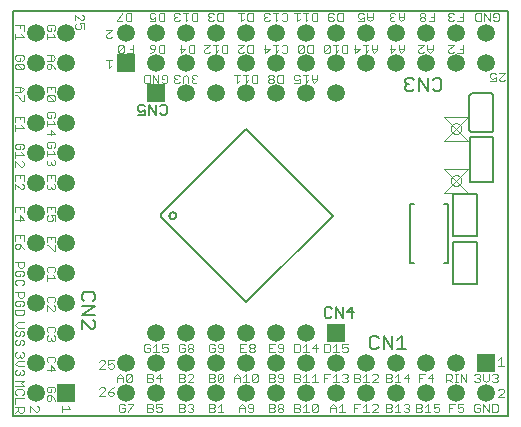
<source format=gbr>
G75*
G70*
%OFA0B0*%
%FSLAX24Y24*%
%IPPOS*%
%LPD*%
%AMOC8*
5,1,8,0,0,1.08239X$1,22.5*
%
%ADD10C,0.0059*%
%ADD11C,0.0060*%
%ADD12C,0.0050*%
%ADD13C,0.0040*%
%ADD14C,0.0010*%
%ADD15C,0.0000*%
%ADD16R,0.0591X0.0591*%
%ADD17C,0.0591*%
D10*
X001713Y001713D02*
X001713Y015213D01*
X018213Y015213D01*
X018213Y001713D01*
X001713Y001713D01*
X016363Y006113D02*
X017163Y006113D01*
X017163Y007513D01*
X016363Y007513D01*
X016363Y006113D01*
X016363Y007713D02*
X016363Y009113D01*
X017163Y009113D01*
X017163Y007713D01*
X016363Y007713D01*
X016947Y009509D02*
X016947Y011009D01*
X017697Y011009D01*
X017697Y009509D01*
X016947Y009509D01*
D11*
X017015Y011168D02*
X017615Y011168D01*
X017635Y011170D01*
X017653Y011176D01*
X017671Y011185D01*
X017686Y011197D01*
X017698Y011212D01*
X017707Y011230D01*
X017713Y011248D01*
X017715Y011268D01*
X017715Y012368D01*
X017713Y012388D01*
X017707Y012406D01*
X017698Y012424D01*
X017686Y012439D01*
X017671Y012451D01*
X017653Y012460D01*
X017635Y012466D01*
X017615Y012468D01*
X017015Y012468D01*
X016995Y012466D01*
X016977Y012460D01*
X016959Y012451D01*
X016944Y012439D01*
X016932Y012424D01*
X016923Y012406D01*
X016917Y012388D01*
X016915Y012368D01*
X016915Y011268D01*
X016917Y011248D01*
X016923Y011230D01*
X016932Y011212D01*
X016944Y011197D01*
X016959Y011185D01*
X016977Y011176D01*
X016995Y011170D01*
X017015Y011168D01*
X015910Y012543D02*
X015983Y012616D01*
X015983Y012910D01*
X015910Y012983D01*
X015763Y012983D01*
X015690Y012910D01*
X015523Y012983D02*
X015523Y012543D01*
X015229Y012983D01*
X015229Y012543D01*
X015063Y012616D02*
X014989Y012543D01*
X014843Y012543D01*
X014769Y012616D01*
X014769Y012690D01*
X014843Y012763D01*
X014769Y012837D01*
X014769Y012910D01*
X014843Y012983D01*
X014989Y012983D01*
X015063Y012910D01*
X014916Y012763D02*
X014843Y012763D01*
X015690Y012616D02*
X015763Y012543D01*
X015910Y012543D01*
X014661Y004384D02*
X014514Y004237D01*
X014661Y004384D02*
X014661Y003943D01*
X014514Y003943D02*
X014808Y003943D01*
X014347Y003943D02*
X014347Y004384D01*
X014054Y004384D02*
X014054Y003943D01*
X013887Y004017D02*
X013814Y003943D01*
X013667Y003943D01*
X013593Y004017D01*
X013593Y004310D01*
X013667Y004384D01*
X013814Y004384D01*
X013887Y004310D01*
X014054Y004384D02*
X014347Y003943D01*
X004434Y004693D02*
X004434Y004839D01*
X004360Y004913D01*
X004434Y005079D02*
X003993Y005079D01*
X004434Y005373D01*
X003993Y005373D01*
X004067Y005540D02*
X003993Y005613D01*
X003993Y005760D01*
X004067Y005833D01*
X004360Y005833D01*
X004434Y005760D01*
X004434Y005613D01*
X004360Y005540D01*
X003993Y004913D02*
X004287Y004619D01*
X004360Y004619D01*
X004434Y004693D01*
X003993Y004619D02*
X003993Y004913D01*
D12*
X006639Y008338D02*
X009479Y005498D01*
X012374Y008393D01*
X009479Y011289D01*
X006639Y008449D01*
X006639Y008338D01*
X006918Y008393D02*
X006920Y008414D01*
X006926Y008434D01*
X006936Y008453D01*
X006949Y008470D01*
X006965Y008483D01*
X006983Y008494D01*
X007003Y008501D01*
X007024Y008504D01*
X007045Y008503D01*
X007065Y008498D01*
X007084Y008489D01*
X007102Y008477D01*
X007116Y008462D01*
X007128Y008444D01*
X007136Y008424D01*
X007139Y008404D01*
X007139Y008382D01*
X007136Y008362D01*
X007128Y008342D01*
X007116Y008324D01*
X007102Y008309D01*
X007085Y008297D01*
X007065Y008288D01*
X007045Y008283D01*
X007024Y008282D01*
X007003Y008285D01*
X006983Y008292D01*
X006965Y008303D01*
X006949Y008316D01*
X006936Y008333D01*
X006926Y008352D01*
X006920Y008372D01*
X006918Y008393D01*
X006780Y011738D02*
X006663Y011738D01*
X006605Y011796D01*
X006470Y011738D02*
X006237Y012088D01*
X006237Y011738D01*
X006102Y011738D02*
X006102Y011913D01*
X005985Y011855D01*
X005927Y011855D01*
X005868Y011913D01*
X005868Y012030D01*
X005927Y012088D01*
X006043Y012088D01*
X006102Y012030D01*
X006102Y011738D02*
X005868Y011738D01*
X006470Y011738D02*
X006470Y012088D01*
X006605Y012030D02*
X006663Y012088D01*
X006780Y012088D01*
X006838Y012030D01*
X006838Y011796D01*
X006780Y011738D01*
X012147Y005339D02*
X012088Y005280D01*
X012088Y005047D01*
X012147Y004988D01*
X012264Y004988D01*
X012322Y005047D01*
X012457Y004988D02*
X012457Y005339D01*
X012690Y004988D01*
X012690Y005339D01*
X012825Y005164D02*
X013059Y005164D01*
X013000Y005339D02*
X013000Y004988D01*
X012825Y005164D02*
X013000Y005339D01*
X012322Y005280D02*
X012264Y005339D01*
X012147Y005339D01*
X014944Y006806D02*
X015062Y006806D01*
X014944Y006806D02*
X014944Y008775D01*
X015062Y008775D01*
X016085Y008775D02*
X016204Y008775D01*
X016204Y006806D01*
X016085Y006806D01*
D13*
X012859Y004114D02*
X012673Y004114D01*
X012673Y003974D01*
X012766Y004020D01*
X012813Y004020D01*
X012859Y003974D01*
X012859Y003880D01*
X012813Y003833D01*
X012719Y003833D01*
X012673Y003880D01*
X012565Y003833D02*
X012378Y003833D01*
X012471Y003833D02*
X012471Y004114D01*
X012378Y004020D01*
X012270Y004067D02*
X012270Y003880D01*
X012224Y003833D01*
X012083Y003833D01*
X012083Y004114D01*
X012224Y004114D01*
X012270Y004067D01*
X011859Y003974D02*
X011673Y003974D01*
X011813Y004114D01*
X011813Y003833D01*
X011565Y003833D02*
X011378Y003833D01*
X011471Y003833D02*
X011471Y004114D01*
X011378Y004020D01*
X011270Y004067D02*
X011270Y003880D01*
X011224Y003833D01*
X011083Y003833D01*
X011083Y004114D01*
X011224Y004114D01*
X011270Y004067D01*
X010715Y004067D02*
X010715Y003880D01*
X010668Y003833D01*
X010575Y003833D01*
X010528Y003880D01*
X010575Y003974D02*
X010528Y004020D01*
X010528Y004067D01*
X010575Y004114D01*
X010668Y004114D01*
X010715Y004067D01*
X010715Y003974D02*
X010575Y003974D01*
X010420Y004114D02*
X010233Y004114D01*
X010233Y003833D01*
X010420Y003833D01*
X010327Y003974D02*
X010233Y003974D01*
X009765Y004020D02*
X009718Y003974D01*
X009625Y003974D01*
X009578Y004020D01*
X009578Y004067D01*
X009625Y004114D01*
X009718Y004114D01*
X009765Y004067D01*
X009765Y004020D01*
X009718Y003974D02*
X009765Y003927D01*
X009765Y003880D01*
X009718Y003833D01*
X009625Y003833D01*
X009578Y003880D01*
X009578Y003927D01*
X009625Y003974D01*
X009470Y004114D02*
X009283Y004114D01*
X009283Y003833D01*
X009470Y003833D01*
X009377Y003974D02*
X009283Y003974D01*
X008715Y003974D02*
X008575Y003974D01*
X008528Y004020D01*
X008528Y004067D01*
X008575Y004114D01*
X008668Y004114D01*
X008715Y004067D01*
X008715Y003880D01*
X008668Y003833D01*
X008575Y003833D01*
X008528Y003880D01*
X008420Y003880D02*
X008420Y003974D01*
X008327Y003974D01*
X008420Y004067D02*
X008374Y004114D01*
X008280Y004114D01*
X008233Y004067D01*
X008233Y003880D01*
X008280Y003833D01*
X008374Y003833D01*
X008420Y003880D01*
X007715Y003880D02*
X007668Y003833D01*
X007575Y003833D01*
X007528Y003880D01*
X007528Y003927D01*
X007575Y003974D01*
X007668Y003974D01*
X007715Y003927D01*
X007715Y003880D01*
X007668Y003974D02*
X007715Y004020D01*
X007715Y004067D01*
X007668Y004114D01*
X007575Y004114D01*
X007528Y004067D01*
X007528Y004020D01*
X007575Y003974D01*
X007420Y003974D02*
X007420Y003880D01*
X007374Y003833D01*
X007280Y003833D01*
X007233Y003880D01*
X007233Y004067D01*
X007280Y004114D01*
X007374Y004114D01*
X007420Y004067D01*
X007420Y003974D02*
X007327Y003974D01*
X006859Y003974D02*
X006859Y003880D01*
X006813Y003833D01*
X006719Y003833D01*
X006673Y003880D01*
X006673Y003974D02*
X006766Y004020D01*
X006813Y004020D01*
X006859Y003974D01*
X006859Y004114D02*
X006673Y004114D01*
X006673Y003974D01*
X006565Y003833D02*
X006378Y003833D01*
X006471Y003833D02*
X006471Y004114D01*
X006378Y004020D01*
X006270Y003974D02*
X006270Y003880D01*
X006224Y003833D01*
X006130Y003833D01*
X006083Y003880D01*
X006083Y004067D01*
X006130Y004114D01*
X006224Y004114D01*
X006270Y004067D01*
X006270Y003974D02*
X006177Y003974D01*
X006183Y003114D02*
X006324Y003114D01*
X006370Y003067D01*
X006370Y003020D01*
X006324Y002974D01*
X006183Y002974D01*
X006183Y003114D02*
X006183Y002833D01*
X006324Y002833D01*
X006370Y002880D01*
X006370Y002927D01*
X006324Y002974D01*
X006478Y002974D02*
X006665Y002974D01*
X006618Y003114D02*
X006618Y002833D01*
X006478Y002974D02*
X006618Y003114D01*
X007233Y003114D02*
X007233Y002833D01*
X007374Y002833D01*
X007420Y002880D01*
X007420Y002927D01*
X007374Y002974D01*
X007233Y002974D01*
X007233Y003114D02*
X007374Y003114D01*
X007420Y003067D01*
X007420Y003020D01*
X007374Y002974D01*
X007528Y003067D02*
X007575Y003114D01*
X007668Y003114D01*
X007715Y003067D01*
X007715Y003020D01*
X007528Y002833D01*
X007715Y002833D01*
X008233Y002833D02*
X008374Y002833D01*
X008420Y002880D01*
X008420Y002927D01*
X008374Y002974D01*
X008233Y002974D01*
X008233Y003114D02*
X008233Y002833D01*
X008374Y002974D02*
X008420Y003020D01*
X008420Y003067D01*
X008374Y003114D01*
X008233Y003114D01*
X008528Y003067D02*
X008528Y002880D01*
X008715Y003067D01*
X008715Y002880D01*
X008668Y002833D01*
X008575Y002833D01*
X008528Y002880D01*
X008528Y003067D02*
X008575Y003114D01*
X008668Y003114D01*
X008715Y003067D01*
X009083Y003020D02*
X009083Y002833D01*
X009083Y002974D02*
X009270Y002974D01*
X009270Y003020D02*
X009270Y002833D01*
X009378Y002833D02*
X009565Y002833D01*
X009471Y002833D02*
X009471Y003114D01*
X009378Y003020D01*
X009270Y003020D02*
X009177Y003114D01*
X009083Y003020D01*
X009673Y003067D02*
X009673Y002880D01*
X009859Y003067D01*
X009859Y002880D01*
X009813Y002833D01*
X009719Y002833D01*
X009673Y002880D01*
X009673Y003067D02*
X009719Y003114D01*
X009813Y003114D01*
X009859Y003067D01*
X010233Y003114D02*
X010233Y002833D01*
X010374Y002833D01*
X010420Y002880D01*
X010420Y002927D01*
X010374Y002974D01*
X010233Y002974D01*
X010233Y003114D02*
X010374Y003114D01*
X010420Y003067D01*
X010420Y003020D01*
X010374Y002974D01*
X010528Y003020D02*
X010575Y002974D01*
X010715Y002974D01*
X010715Y003067D02*
X010715Y002880D01*
X010668Y002833D01*
X010575Y002833D01*
X010528Y002880D01*
X010528Y003020D02*
X010528Y003067D01*
X010575Y003114D01*
X010668Y003114D01*
X010715Y003067D01*
X011083Y003114D02*
X011083Y002833D01*
X011224Y002833D01*
X011270Y002880D01*
X011270Y002927D01*
X011224Y002974D01*
X011083Y002974D01*
X011083Y003114D02*
X011224Y003114D01*
X011270Y003067D01*
X011270Y003020D01*
X011224Y002974D01*
X011378Y003020D02*
X011471Y003114D01*
X011471Y002833D01*
X011378Y002833D02*
X011565Y002833D01*
X011673Y002833D02*
X011859Y002833D01*
X011766Y002833D02*
X011766Y003114D01*
X011673Y003020D01*
X012083Y002974D02*
X012177Y002974D01*
X012083Y003114D02*
X012270Y003114D01*
X012378Y003020D02*
X012471Y003114D01*
X012471Y002833D01*
X012378Y002833D02*
X012565Y002833D01*
X012673Y002880D02*
X012719Y002833D01*
X012813Y002833D01*
X012859Y002880D01*
X012859Y002927D01*
X012813Y002974D01*
X012766Y002974D01*
X012813Y002974D02*
X012859Y003020D01*
X012859Y003067D01*
X012813Y003114D01*
X012719Y003114D01*
X012673Y003067D01*
X013083Y003114D02*
X013083Y002833D01*
X013224Y002833D01*
X013270Y002880D01*
X013270Y002927D01*
X013224Y002974D01*
X013083Y002974D01*
X013083Y003114D02*
X013224Y003114D01*
X013270Y003067D01*
X013270Y003020D01*
X013224Y002974D01*
X013378Y003020D02*
X013471Y003114D01*
X013471Y002833D01*
X013378Y002833D02*
X013565Y002833D01*
X013673Y002833D02*
X013859Y003020D01*
X013859Y003067D01*
X013813Y003114D01*
X013719Y003114D01*
X013673Y003067D01*
X013673Y002833D02*
X013859Y002833D01*
X014133Y002833D02*
X014274Y002833D01*
X014320Y002880D01*
X014320Y002927D01*
X014274Y002974D01*
X014133Y002974D01*
X014133Y003114D02*
X014133Y002833D01*
X014274Y002974D02*
X014320Y003020D01*
X014320Y003067D01*
X014274Y003114D01*
X014133Y003114D01*
X014428Y003020D02*
X014521Y003114D01*
X014521Y002833D01*
X014428Y002833D02*
X014615Y002833D01*
X014723Y002974D02*
X014909Y002974D01*
X014863Y003114D02*
X014863Y002833D01*
X014723Y002974D02*
X014863Y003114D01*
X015233Y003114D02*
X015233Y002833D01*
X015233Y002974D02*
X015327Y002974D01*
X015233Y003114D02*
X015420Y003114D01*
X015528Y002974D02*
X015715Y002974D01*
X015668Y003114D02*
X015668Y002833D01*
X015528Y002974D02*
X015668Y003114D01*
X016133Y003114D02*
X016133Y002833D01*
X016133Y002927D02*
X016274Y002927D01*
X016320Y002974D01*
X016320Y003067D01*
X016274Y003114D01*
X016133Y003114D01*
X016227Y002927D02*
X016320Y002833D01*
X016428Y002833D02*
X016521Y002833D01*
X016475Y002833D02*
X016475Y003114D01*
X016521Y003114D02*
X016428Y003114D01*
X016624Y003114D02*
X016811Y002833D01*
X016811Y003114D01*
X016624Y003114D02*
X016624Y002833D01*
X017083Y002880D02*
X017130Y002833D01*
X017224Y002833D01*
X017270Y002880D01*
X017270Y002927D01*
X017224Y002974D01*
X017177Y002974D01*
X017224Y002974D02*
X017270Y003020D01*
X017270Y003067D01*
X017224Y003114D01*
X017130Y003114D01*
X017083Y003067D01*
X017378Y003114D02*
X017378Y002927D01*
X017471Y002833D01*
X017565Y002927D01*
X017565Y003114D01*
X017673Y003067D02*
X017719Y003114D01*
X017813Y003114D01*
X017859Y003067D01*
X017859Y003020D01*
X017813Y002974D01*
X017859Y002927D01*
X017859Y002880D01*
X017813Y002833D01*
X017719Y002833D01*
X017673Y002880D01*
X017766Y002974D02*
X017813Y002974D01*
X017930Y002614D02*
X017883Y002567D01*
X017930Y002614D02*
X018024Y002614D01*
X018070Y002567D01*
X018070Y002520D01*
X017883Y002333D01*
X018070Y002333D01*
X017813Y002114D02*
X017673Y002114D01*
X017673Y001833D01*
X017813Y001833D01*
X017859Y001880D01*
X017859Y002067D01*
X017813Y002114D01*
X017565Y002114D02*
X017565Y001833D01*
X017378Y002114D01*
X017378Y001833D01*
X017270Y001880D02*
X017270Y001974D01*
X017177Y001974D01*
X017270Y002067D02*
X017224Y002114D01*
X017130Y002114D01*
X017083Y002067D01*
X017083Y001880D01*
X017130Y001833D01*
X017224Y001833D01*
X017270Y001880D01*
X016715Y001880D02*
X016668Y001833D01*
X016575Y001833D01*
X016528Y001880D01*
X016528Y001974D02*
X016621Y002020D01*
X016668Y002020D01*
X016715Y001974D01*
X016715Y001880D01*
X016528Y001974D02*
X016528Y002114D01*
X016715Y002114D01*
X016420Y002114D02*
X016233Y002114D01*
X016233Y001833D01*
X016233Y001974D02*
X016327Y001974D01*
X015909Y001974D02*
X015909Y001880D01*
X015863Y001833D01*
X015769Y001833D01*
X015723Y001880D01*
X015723Y001974D02*
X015816Y002020D01*
X015863Y002020D01*
X015909Y001974D01*
X015909Y002114D02*
X015723Y002114D01*
X015723Y001974D01*
X015615Y001833D02*
X015428Y001833D01*
X015521Y001833D02*
X015521Y002114D01*
X015428Y002020D01*
X015320Y002020D02*
X015320Y002067D01*
X015274Y002114D01*
X015133Y002114D01*
X015133Y001833D01*
X015274Y001833D01*
X015320Y001880D01*
X015320Y001927D01*
X015274Y001974D01*
X015133Y001974D01*
X015274Y001974D02*
X015320Y002020D01*
X014909Y002020D02*
X014863Y001974D01*
X014909Y001927D01*
X014909Y001880D01*
X014863Y001833D01*
X014769Y001833D01*
X014723Y001880D01*
X014615Y001833D02*
X014428Y001833D01*
X014521Y001833D02*
X014521Y002114D01*
X014428Y002020D01*
X014320Y002020D02*
X014320Y002067D01*
X014274Y002114D01*
X014133Y002114D01*
X014133Y001833D01*
X014274Y001833D01*
X014320Y001880D01*
X014320Y001927D01*
X014274Y001974D01*
X014133Y001974D01*
X014274Y001974D02*
X014320Y002020D01*
X014723Y002067D02*
X014769Y002114D01*
X014863Y002114D01*
X014909Y002067D01*
X014909Y002020D01*
X014863Y001974D02*
X014816Y001974D01*
X013859Y002020D02*
X013859Y002067D01*
X013813Y002114D01*
X013719Y002114D01*
X013673Y002067D01*
X013859Y002020D02*
X013673Y001833D01*
X013859Y001833D01*
X013565Y001833D02*
X013378Y001833D01*
X013471Y001833D02*
X013471Y002114D01*
X013378Y002020D01*
X013270Y002114D02*
X013083Y002114D01*
X013083Y001833D01*
X013083Y001974D02*
X013177Y001974D01*
X012765Y001833D02*
X012578Y001833D01*
X012671Y001833D02*
X012671Y002114D01*
X012578Y002020D01*
X012470Y002020D02*
X012470Y001833D01*
X012470Y001974D02*
X012283Y001974D01*
X012283Y002020D02*
X012377Y002114D01*
X012470Y002020D01*
X012283Y002020D02*
X012283Y001833D01*
X011859Y001880D02*
X011859Y002067D01*
X011673Y001880D01*
X011719Y001833D01*
X011813Y001833D01*
X011859Y001880D01*
X011673Y001880D02*
X011673Y002067D01*
X011719Y002114D01*
X011813Y002114D01*
X011859Y002067D01*
X011565Y001833D02*
X011378Y001833D01*
X011471Y001833D02*
X011471Y002114D01*
X011378Y002020D01*
X011270Y002020D02*
X011270Y002067D01*
X011224Y002114D01*
X011083Y002114D01*
X011083Y001833D01*
X011224Y001833D01*
X011270Y001880D01*
X011270Y001927D01*
X011224Y001974D01*
X011083Y001974D01*
X011224Y001974D02*
X011270Y002020D01*
X010715Y002020D02*
X010668Y001974D01*
X010575Y001974D01*
X010528Y002020D01*
X010528Y002067D01*
X010575Y002114D01*
X010668Y002114D01*
X010715Y002067D01*
X010715Y002020D01*
X010668Y001974D02*
X010715Y001927D01*
X010715Y001880D01*
X010668Y001833D01*
X010575Y001833D01*
X010528Y001880D01*
X010528Y001927D01*
X010575Y001974D01*
X010420Y002020D02*
X010420Y002067D01*
X010374Y002114D01*
X010233Y002114D01*
X010233Y001833D01*
X010374Y001833D01*
X010420Y001880D01*
X010420Y001927D01*
X010374Y001974D01*
X010233Y001974D01*
X010374Y001974D02*
X010420Y002020D01*
X009715Y001974D02*
X009575Y001974D01*
X009528Y002020D01*
X009528Y002067D01*
X009575Y002114D01*
X009668Y002114D01*
X009715Y002067D01*
X009715Y001880D01*
X009668Y001833D01*
X009575Y001833D01*
X009528Y001880D01*
X009420Y001833D02*
X009420Y002020D01*
X009327Y002114D01*
X009233Y002020D01*
X009233Y001833D01*
X009233Y001974D02*
X009420Y001974D01*
X008715Y001833D02*
X008528Y001833D01*
X008621Y001833D02*
X008621Y002114D01*
X008528Y002020D01*
X008420Y002020D02*
X008374Y001974D01*
X008233Y001974D01*
X008233Y002114D02*
X008233Y001833D01*
X008374Y001833D01*
X008420Y001880D01*
X008420Y001927D01*
X008374Y001974D01*
X008420Y002020D02*
X008420Y002067D01*
X008374Y002114D01*
X008233Y002114D01*
X007715Y002067D02*
X007715Y002020D01*
X007668Y001974D01*
X007715Y001927D01*
X007715Y001880D01*
X007668Y001833D01*
X007575Y001833D01*
X007528Y001880D01*
X007420Y001880D02*
X007374Y001833D01*
X007233Y001833D01*
X007233Y002114D01*
X007374Y002114D01*
X007420Y002067D01*
X007420Y002020D01*
X007374Y001974D01*
X007233Y001974D01*
X007374Y001974D02*
X007420Y001927D01*
X007420Y001880D01*
X007528Y002067D02*
X007575Y002114D01*
X007668Y002114D01*
X007715Y002067D01*
X007668Y001974D02*
X007621Y001974D01*
X006665Y001974D02*
X006665Y001880D01*
X006618Y001833D01*
X006525Y001833D01*
X006478Y001880D01*
X006478Y001974D02*
X006571Y002020D01*
X006618Y002020D01*
X006665Y001974D01*
X006665Y002114D02*
X006478Y002114D01*
X006478Y001974D01*
X006370Y002020D02*
X006370Y002067D01*
X006324Y002114D01*
X006183Y002114D01*
X006183Y001833D01*
X006324Y001833D01*
X006370Y001880D01*
X006370Y001927D01*
X006324Y001974D01*
X006183Y001974D01*
X006324Y001974D02*
X006370Y002020D01*
X005715Y002067D02*
X005528Y001880D01*
X005528Y001833D01*
X005420Y001880D02*
X005420Y001974D01*
X005327Y001974D01*
X005420Y002067D02*
X005374Y002114D01*
X005280Y002114D01*
X005233Y002067D01*
X005233Y001880D01*
X005280Y001833D01*
X005374Y001833D01*
X005420Y001880D01*
X005528Y002114D02*
X005715Y002114D01*
X005715Y002067D01*
X005065Y002430D02*
X005065Y002477D01*
X005018Y002524D01*
X004878Y002524D01*
X004878Y002430D01*
X004925Y002383D01*
X005018Y002383D01*
X005065Y002430D01*
X004971Y002617D02*
X004878Y002524D01*
X004770Y002570D02*
X004770Y002617D01*
X004724Y002664D01*
X004630Y002664D01*
X004583Y002617D01*
X004770Y002570D02*
X004583Y002383D01*
X004770Y002383D01*
X004971Y002617D02*
X005065Y002664D01*
X005183Y002833D02*
X005183Y003020D01*
X005277Y003114D01*
X005370Y003020D01*
X005370Y002833D01*
X005478Y002880D02*
X005665Y003067D01*
X005665Y002880D01*
X005618Y002833D01*
X005525Y002833D01*
X005478Y002880D01*
X005478Y003067D01*
X005525Y003114D01*
X005618Y003114D01*
X005665Y003067D01*
X005370Y002974D02*
X005183Y002974D01*
X005018Y003283D02*
X004925Y003283D01*
X004878Y003330D01*
X004878Y003424D02*
X004971Y003470D01*
X005018Y003470D01*
X005065Y003424D01*
X005065Y003330D01*
X005018Y003283D01*
X004878Y003424D02*
X004878Y003564D01*
X005065Y003564D01*
X004770Y003517D02*
X004724Y003564D01*
X004630Y003564D01*
X004583Y003517D01*
X004770Y003517D02*
X004770Y003470D01*
X004583Y003283D01*
X004770Y003283D01*
X003520Y002043D02*
X003614Y001950D01*
X003333Y001950D01*
X003333Y002043D02*
X003333Y001857D01*
X003114Y002212D02*
X003067Y002305D01*
X002974Y002399D01*
X002974Y002259D01*
X002927Y002212D01*
X002880Y002212D01*
X002833Y002259D01*
X002833Y002352D01*
X002880Y002399D01*
X002974Y002399D01*
X002974Y002507D02*
X002974Y002600D01*
X002974Y002507D02*
X002880Y002507D01*
X002833Y002553D01*
X002833Y002647D01*
X002880Y002693D01*
X003067Y002693D01*
X003114Y002647D01*
X003114Y002553D01*
X003067Y002507D01*
X002564Y001997D02*
X002517Y002043D01*
X002564Y001997D02*
X002564Y001903D01*
X002517Y001857D01*
X002470Y001857D01*
X002283Y002043D01*
X002283Y001857D01*
X002064Y001869D02*
X002017Y001823D01*
X001924Y001823D01*
X001877Y001869D01*
X001877Y002009D01*
X001877Y001916D02*
X001783Y001823D01*
X001783Y002009D02*
X002064Y002009D01*
X002064Y001869D01*
X001783Y002117D02*
X001783Y002304D01*
X002064Y002304D01*
X002017Y002412D02*
X002064Y002459D01*
X002064Y002552D01*
X002017Y002599D01*
X001830Y002599D01*
X001783Y002552D01*
X001783Y002459D01*
X001830Y002412D01*
X001783Y002707D02*
X002064Y002707D01*
X001970Y002800D01*
X002064Y002893D01*
X001783Y002893D01*
X001830Y003067D02*
X001783Y003114D01*
X001783Y003207D01*
X001830Y003254D01*
X001877Y003362D02*
X002064Y003362D01*
X002017Y003254D02*
X002064Y003207D01*
X002064Y003114D01*
X002017Y003067D01*
X001970Y003067D01*
X001924Y003114D01*
X001877Y003067D01*
X001830Y003067D01*
X001924Y003114D02*
X001924Y003161D01*
X001877Y003362D02*
X001783Y003455D01*
X001877Y003549D01*
X002064Y003549D01*
X002017Y003657D02*
X001970Y003657D01*
X001924Y003703D01*
X001877Y003657D01*
X001830Y003657D01*
X001783Y003703D01*
X001783Y003797D01*
X001830Y003843D01*
X001924Y003750D02*
X001924Y003703D01*
X002017Y003657D02*
X002064Y003703D01*
X002064Y003797D01*
X002017Y003843D01*
X002017Y004067D02*
X002064Y004114D01*
X002064Y004207D01*
X002017Y004254D01*
X001970Y004254D01*
X001924Y004207D01*
X001924Y004114D01*
X001877Y004067D01*
X001830Y004067D01*
X001783Y004114D01*
X001783Y004207D01*
X001830Y004254D01*
X001830Y004362D02*
X001783Y004409D01*
X001783Y004502D01*
X001830Y004549D01*
X001924Y004502D02*
X001924Y004409D01*
X001877Y004362D01*
X001830Y004362D01*
X001924Y004502D02*
X001970Y004549D01*
X002017Y004549D01*
X002064Y004502D01*
X002064Y004409D01*
X002017Y004362D01*
X002064Y004657D02*
X001877Y004657D01*
X001783Y004750D01*
X001877Y004843D01*
X002064Y004843D01*
X002017Y005067D02*
X001830Y005067D01*
X001783Y005114D01*
X001783Y005254D01*
X002064Y005254D01*
X002064Y005114D01*
X002017Y005067D01*
X002017Y005362D02*
X002064Y005409D01*
X002064Y005502D01*
X002017Y005549D01*
X001830Y005549D01*
X001783Y005502D01*
X001783Y005409D01*
X001830Y005362D01*
X001924Y005362D01*
X001924Y005455D01*
X001924Y005657D02*
X001877Y005703D01*
X001877Y005843D01*
X001783Y005843D02*
X002064Y005843D01*
X002064Y005703D01*
X002017Y005657D01*
X001924Y005657D01*
X002017Y006067D02*
X002064Y006114D01*
X002064Y006207D01*
X002017Y006254D01*
X001830Y006254D01*
X001783Y006207D01*
X001783Y006114D01*
X001830Y006067D01*
X001830Y006362D02*
X001783Y006409D01*
X001783Y006502D01*
X001830Y006549D01*
X002017Y006549D01*
X002064Y006502D01*
X002064Y006409D01*
X002017Y006362D01*
X001924Y006362D02*
X001924Y006455D01*
X001924Y006362D02*
X001830Y006362D01*
X001924Y006657D02*
X001877Y006703D01*
X001877Y006843D01*
X001783Y006843D02*
X002064Y006843D01*
X002064Y006703D01*
X002017Y006657D01*
X001924Y006657D01*
X001877Y007262D02*
X001924Y007309D01*
X001924Y007449D01*
X001830Y007449D01*
X001783Y007402D01*
X001783Y007309D01*
X001830Y007262D01*
X001877Y007262D01*
X002017Y007355D02*
X001924Y007449D01*
X002017Y007355D02*
X002064Y007262D01*
X002064Y007557D02*
X002064Y007743D01*
X001783Y007743D01*
X001783Y007557D01*
X001924Y007650D02*
X001924Y007743D01*
X001924Y008212D02*
X001924Y008399D01*
X002064Y008259D01*
X001783Y008259D01*
X001783Y008507D02*
X001783Y008693D01*
X002064Y008693D01*
X002064Y008507D01*
X001924Y008600D02*
X001924Y008693D01*
X001970Y009262D02*
X002017Y009262D01*
X002064Y009309D01*
X002064Y009402D01*
X002017Y009449D01*
X002064Y009557D02*
X002064Y009743D01*
X001783Y009743D01*
X001783Y009557D01*
X001783Y009449D02*
X001970Y009262D01*
X001783Y009262D02*
X001783Y009449D01*
X001924Y009650D02*
X001924Y009743D01*
X001970Y010017D02*
X002017Y010017D01*
X002064Y010064D01*
X002064Y010157D01*
X002017Y010204D01*
X001970Y010017D02*
X001783Y010204D01*
X001783Y010017D01*
X001783Y010312D02*
X001783Y010499D01*
X001783Y010405D02*
X002064Y010405D01*
X001970Y010499D01*
X001924Y010607D02*
X001924Y010700D01*
X001924Y010607D02*
X001830Y010607D01*
X001783Y010653D01*
X001783Y010747D01*
X001830Y010793D01*
X002017Y010793D01*
X002064Y010747D01*
X002064Y010653D01*
X002017Y010607D01*
X001783Y011212D02*
X001783Y011399D01*
X001783Y011305D02*
X002064Y011305D01*
X001970Y011399D01*
X002064Y011507D02*
X002064Y011693D01*
X001783Y011693D01*
X001783Y011507D01*
X001924Y011600D02*
X001924Y011693D01*
X002017Y012212D02*
X001830Y012399D01*
X001783Y012399D01*
X001783Y012507D02*
X001970Y012507D01*
X002064Y012600D01*
X001970Y012693D01*
X001783Y012693D01*
X001924Y012693D02*
X001924Y012507D01*
X002064Y012399D02*
X002064Y012212D01*
X002017Y012212D01*
X002833Y012259D02*
X002833Y012352D01*
X002880Y012399D01*
X003067Y012212D01*
X002880Y012212D01*
X002833Y012259D01*
X002880Y012399D02*
X003067Y012399D01*
X003114Y012352D01*
X003114Y012259D01*
X003067Y012212D01*
X003114Y012507D02*
X003114Y012693D01*
X002833Y012693D01*
X002833Y012507D01*
X002974Y012600D02*
X002974Y012693D01*
X002927Y013262D02*
X002974Y013309D01*
X002974Y013449D01*
X002880Y013449D01*
X002833Y013402D01*
X002833Y013309D01*
X002880Y013262D01*
X002927Y013262D01*
X003067Y013355D02*
X002974Y013449D01*
X002974Y013557D02*
X002974Y013743D01*
X003020Y013743D02*
X002833Y013743D01*
X002833Y013557D02*
X003020Y013557D01*
X003114Y013650D01*
X003020Y013743D01*
X003067Y013355D02*
X003114Y013262D01*
X002064Y013309D02*
X002017Y013262D01*
X001830Y013449D01*
X001783Y013402D01*
X001783Y013309D01*
X001830Y013262D01*
X002017Y013262D01*
X002064Y013309D02*
X002064Y013402D01*
X002017Y013449D01*
X001830Y013449D01*
X001830Y013557D02*
X001783Y013603D01*
X001783Y013697D01*
X001830Y013743D01*
X002017Y013743D01*
X002064Y013697D01*
X002064Y013603D01*
X002017Y013557D01*
X001924Y013557D02*
X001924Y013650D01*
X001924Y013557D02*
X001830Y013557D01*
X001783Y014262D02*
X001783Y014449D01*
X001783Y014355D02*
X002064Y014355D01*
X001970Y014449D01*
X002064Y014557D02*
X002064Y014743D01*
X001783Y014743D01*
X001924Y014743D02*
X001924Y014650D01*
X002833Y014603D02*
X002880Y014557D01*
X002974Y014557D01*
X002974Y014650D01*
X003067Y014743D02*
X002880Y014743D01*
X002833Y014697D01*
X002833Y014603D01*
X002833Y014449D02*
X002833Y014262D01*
X002833Y014355D02*
X003114Y014355D01*
X003020Y014449D01*
X003067Y014557D02*
X003114Y014603D01*
X003114Y014697D01*
X003067Y014743D01*
X003783Y014752D02*
X003783Y014659D01*
X003830Y014612D01*
X003924Y014612D01*
X003970Y014659D01*
X003970Y014705D01*
X003924Y014799D01*
X004064Y014799D01*
X004064Y014612D01*
X003830Y014799D02*
X003783Y014752D01*
X003783Y014907D02*
X003783Y015093D01*
X003970Y014907D01*
X004017Y014907D01*
X004064Y014953D01*
X004064Y015047D01*
X004017Y015093D01*
X004807Y014593D02*
X004993Y014593D01*
X004807Y014407D01*
X004807Y014360D01*
X004853Y014313D01*
X004947Y014313D01*
X004993Y014360D01*
X005259Y014093D02*
X005352Y014093D01*
X005399Y014047D01*
X005212Y013860D01*
X005212Y014047D01*
X005259Y014093D01*
X005399Y014047D02*
X005399Y013860D01*
X005352Y013813D01*
X005259Y013813D01*
X005212Y013860D01*
X005507Y013813D02*
X005693Y013813D01*
X005693Y014093D01*
X005693Y013953D02*
X005600Y013953D01*
X006262Y014000D02*
X006309Y013953D01*
X006449Y013953D01*
X006449Y014047D01*
X006402Y014093D01*
X006309Y014093D01*
X006262Y014047D01*
X006262Y014000D01*
X006355Y013860D02*
X006449Y013953D01*
X006355Y013860D02*
X006262Y013813D01*
X006557Y013860D02*
X006557Y014047D01*
X006603Y014093D01*
X006743Y014093D01*
X006743Y013813D01*
X006603Y013813D01*
X006557Y013860D01*
X007262Y013953D02*
X007449Y013953D01*
X007309Y013813D01*
X007309Y014093D01*
X007557Y014047D02*
X007557Y013860D01*
X007603Y013813D01*
X007743Y013813D01*
X007743Y014093D01*
X007603Y014093D01*
X007557Y014047D01*
X008067Y014093D02*
X008254Y014093D01*
X008067Y013907D01*
X008067Y013860D01*
X008114Y013813D01*
X008207Y013813D01*
X008254Y013860D01*
X008455Y013813D02*
X008549Y013907D01*
X008657Y013860D02*
X008703Y013813D01*
X008843Y013813D01*
X008843Y014093D01*
X008703Y014093D01*
X008657Y014047D01*
X008657Y013860D01*
X008455Y013813D02*
X008455Y014093D01*
X008362Y014093D02*
X008549Y014093D01*
X009212Y014093D02*
X009399Y014093D01*
X009212Y013907D01*
X009212Y013860D01*
X009259Y013813D01*
X009352Y013813D01*
X009399Y013860D01*
X009507Y013860D02*
X009553Y013813D01*
X009693Y013813D01*
X009693Y014093D01*
X009553Y014093D01*
X009507Y014047D01*
X009507Y013860D01*
X010067Y013953D02*
X010254Y013953D01*
X010114Y013813D01*
X010114Y014093D01*
X010362Y014093D02*
X010549Y014093D01*
X010455Y014093D02*
X010455Y013813D01*
X010549Y013907D01*
X010657Y013860D02*
X010703Y013813D01*
X010797Y013813D01*
X010843Y013860D01*
X010843Y014047D01*
X010797Y014093D01*
X010703Y014093D01*
X010657Y014047D01*
X011212Y014047D02*
X011212Y013860D01*
X011399Y014047D01*
X011352Y014093D01*
X011259Y014093D01*
X011212Y014047D01*
X011399Y014047D02*
X011399Y013860D01*
X011352Y013813D01*
X011259Y013813D01*
X011212Y013860D01*
X011507Y013860D02*
X011507Y014047D01*
X011553Y014093D01*
X011693Y014093D01*
X011693Y013813D01*
X011553Y013813D01*
X011507Y013860D01*
X012067Y013860D02*
X012254Y014047D01*
X012207Y014093D01*
X012114Y014093D01*
X012067Y014047D01*
X012067Y013860D01*
X012114Y013813D01*
X012207Y013813D01*
X012254Y013860D01*
X012254Y014047D01*
X012362Y014093D02*
X012549Y014093D01*
X012455Y014093D02*
X012455Y013813D01*
X012549Y013907D01*
X012657Y013860D02*
X012703Y013813D01*
X012843Y013813D01*
X012843Y014093D01*
X012703Y014093D01*
X012657Y014047D01*
X012657Y013860D01*
X013067Y013953D02*
X013254Y013953D01*
X013114Y013813D01*
X013114Y014093D01*
X013362Y014093D02*
X013549Y014093D01*
X013455Y014093D02*
X013455Y013813D01*
X013549Y013907D01*
X013657Y013907D02*
X013657Y014093D01*
X013657Y013953D02*
X013843Y013953D01*
X013843Y013907D02*
X013750Y013813D01*
X013657Y013907D01*
X013843Y013907D02*
X013843Y014093D01*
X014262Y013953D02*
X014449Y013953D01*
X014309Y013813D01*
X014309Y014093D01*
X014557Y014093D02*
X014557Y013907D01*
X014650Y013813D01*
X014743Y013907D01*
X014743Y014093D01*
X014743Y013953D02*
X014557Y013953D01*
X015212Y013907D02*
X015212Y013860D01*
X015259Y013813D01*
X015352Y013813D01*
X015399Y013860D01*
X015507Y013907D02*
X015507Y014093D01*
X015399Y014093D02*
X015212Y013907D01*
X015212Y014093D02*
X015399Y014093D01*
X015507Y013953D02*
X015693Y013953D01*
X015693Y013907D02*
X015600Y013813D01*
X015507Y013907D01*
X015693Y013907D02*
X015693Y014093D01*
X016212Y014093D02*
X016399Y014093D01*
X016212Y013907D01*
X016212Y013860D01*
X016259Y013813D01*
X016352Y013813D01*
X016399Y013860D01*
X016507Y013813D02*
X016693Y013813D01*
X016693Y014093D01*
X016693Y013953D02*
X016600Y013953D01*
X016693Y014863D02*
X016507Y014863D01*
X016399Y014910D02*
X016352Y014863D01*
X016259Y014863D01*
X016212Y014910D01*
X016212Y014957D01*
X016259Y015003D01*
X016212Y015050D01*
X016212Y015097D01*
X016259Y015143D01*
X016352Y015143D01*
X016399Y015097D01*
X016305Y015003D02*
X016259Y015003D01*
X016600Y015003D02*
X016693Y015003D01*
X016693Y015143D02*
X016693Y014863D01*
X017117Y014910D02*
X017117Y015097D01*
X017164Y015143D01*
X017304Y015143D01*
X017304Y014863D01*
X017164Y014863D01*
X017117Y014910D01*
X017412Y014863D02*
X017412Y015143D01*
X017599Y014863D01*
X017599Y015143D01*
X017707Y015097D02*
X017707Y015003D01*
X017800Y015003D01*
X017893Y014910D02*
X017893Y015097D01*
X017847Y015143D01*
X017753Y015143D01*
X017707Y015097D01*
X017707Y014910D02*
X017753Y014863D01*
X017847Y014863D01*
X017893Y014910D01*
X015743Y014863D02*
X015557Y014863D01*
X015449Y014910D02*
X015449Y014957D01*
X015402Y015003D01*
X015309Y015003D01*
X015262Y015050D01*
X015262Y015097D01*
X015309Y015143D01*
X015402Y015143D01*
X015449Y015097D01*
X015449Y015050D01*
X015402Y015003D01*
X015309Y015003D02*
X015262Y014957D01*
X015262Y014910D01*
X015309Y014863D01*
X015402Y014863D01*
X015449Y014910D01*
X015650Y015003D02*
X015743Y015003D01*
X015743Y015143D02*
X015743Y014863D01*
X014743Y014957D02*
X014650Y014863D01*
X014557Y014957D01*
X014557Y015143D01*
X014449Y015097D02*
X014402Y015143D01*
X014309Y015143D01*
X014262Y015097D01*
X014262Y015050D01*
X014309Y015003D01*
X014355Y015003D01*
X014309Y015003D02*
X014262Y014957D01*
X014262Y014910D01*
X014309Y014863D01*
X014402Y014863D01*
X014449Y014910D01*
X014557Y015003D02*
X014743Y015003D01*
X014743Y014957D02*
X014743Y015143D01*
X013693Y015143D02*
X013693Y014957D01*
X013600Y014863D01*
X013507Y014957D01*
X013507Y015143D01*
X013399Y015097D02*
X013352Y015143D01*
X013259Y015143D01*
X013212Y015097D01*
X013212Y015003D01*
X013259Y014957D01*
X013305Y014957D01*
X013399Y015003D01*
X013399Y014863D01*
X013212Y014863D01*
X013507Y015003D02*
X013693Y015003D01*
X012693Y014863D02*
X012553Y014863D01*
X012507Y014910D01*
X012507Y015097D01*
X012553Y015143D01*
X012693Y015143D01*
X012693Y014863D01*
X012399Y014910D02*
X012399Y014957D01*
X012352Y015003D01*
X012212Y015003D01*
X012212Y014910D02*
X012259Y014863D01*
X012352Y014863D01*
X012399Y014910D01*
X012399Y015097D02*
X012352Y015143D01*
X012259Y015143D01*
X012212Y015097D01*
X012212Y014910D01*
X011843Y014863D02*
X011703Y014863D01*
X011657Y014910D01*
X011657Y015097D01*
X011703Y015143D01*
X011843Y015143D01*
X011843Y014863D01*
X011549Y014957D02*
X011455Y014863D01*
X011455Y015143D01*
X011362Y015143D02*
X011549Y015143D01*
X011254Y015143D02*
X011067Y015143D01*
X011161Y015143D02*
X011161Y014863D01*
X011254Y014957D01*
X010843Y014910D02*
X010797Y014863D01*
X010703Y014863D01*
X010657Y014910D01*
X010549Y014957D02*
X010455Y014863D01*
X010455Y015143D01*
X010362Y015143D02*
X010549Y015143D01*
X010657Y015097D02*
X010703Y015143D01*
X010797Y015143D01*
X010843Y015097D01*
X010843Y014910D01*
X010254Y014910D02*
X010207Y014863D01*
X010114Y014863D01*
X010067Y014910D01*
X010067Y014957D01*
X010114Y015003D01*
X010067Y015050D01*
X010067Y015097D01*
X010114Y015143D01*
X010207Y015143D01*
X010254Y015097D01*
X010161Y015003D02*
X010114Y015003D01*
X009693Y014863D02*
X009553Y014863D01*
X009507Y014910D01*
X009507Y015097D01*
X009553Y015143D01*
X009693Y015143D01*
X009693Y014863D01*
X009399Y014957D02*
X009305Y014863D01*
X009305Y015143D01*
X009212Y015143D02*
X009399Y015143D01*
X008693Y015143D02*
X008693Y014863D01*
X008553Y014863D01*
X008507Y014910D01*
X008507Y015097D01*
X008553Y015143D01*
X008693Y015143D01*
X008399Y015097D02*
X008352Y015143D01*
X008259Y015143D01*
X008212Y015097D01*
X008212Y015050D01*
X008259Y015003D01*
X008305Y015003D01*
X008259Y015003D02*
X008212Y014957D01*
X008212Y014910D01*
X008259Y014863D01*
X008352Y014863D01*
X008399Y014910D01*
X007843Y014863D02*
X007703Y014863D01*
X007657Y014910D01*
X007657Y015097D01*
X007703Y015143D01*
X007843Y015143D01*
X007843Y014863D01*
X007549Y014957D02*
X007455Y014863D01*
X007455Y015143D01*
X007362Y015143D02*
X007549Y015143D01*
X007254Y015097D02*
X007207Y015143D01*
X007114Y015143D01*
X007067Y015097D01*
X007067Y015050D01*
X007114Y015003D01*
X007161Y015003D01*
X007114Y015003D02*
X007067Y014957D01*
X007067Y014910D01*
X007114Y014863D01*
X007207Y014863D01*
X007254Y014910D01*
X006743Y014863D02*
X006603Y014863D01*
X006557Y014910D01*
X006557Y015097D01*
X006603Y015143D01*
X006743Y015143D01*
X006743Y014863D01*
X006449Y014863D02*
X006449Y015003D01*
X006355Y014957D01*
X006309Y014957D01*
X006262Y015003D01*
X006262Y015097D01*
X006309Y015143D01*
X006402Y015143D01*
X006449Y015097D01*
X006449Y014863D02*
X006262Y014863D01*
X005643Y014863D02*
X005503Y014863D01*
X005457Y014910D01*
X005457Y015097D01*
X005503Y015143D01*
X005643Y015143D01*
X005643Y014863D01*
X005349Y014863D02*
X005162Y014863D01*
X005162Y014910D01*
X005349Y015097D01*
X005349Y015143D01*
X004993Y013593D02*
X004807Y013593D01*
X004900Y013593D02*
X004900Y013313D01*
X004993Y013407D01*
X006067Y013047D02*
X006067Y012860D01*
X006114Y012813D01*
X006254Y012813D01*
X006254Y013093D01*
X006114Y013093D01*
X006067Y013047D01*
X006362Y013093D02*
X006362Y012813D01*
X006549Y012813D02*
X006362Y013093D01*
X006549Y013093D02*
X006549Y012813D01*
X006657Y012860D02*
X006703Y012813D01*
X006797Y012813D01*
X006843Y012860D01*
X006843Y013047D01*
X006797Y013093D01*
X006703Y013093D01*
X006657Y013047D01*
X006657Y012953D01*
X006750Y012953D01*
X007067Y012907D02*
X007067Y012860D01*
X007114Y012813D01*
X007207Y012813D01*
X007254Y012860D01*
X007362Y012813D02*
X007362Y013000D01*
X007455Y013093D01*
X007549Y013000D01*
X007549Y012813D01*
X007657Y012860D02*
X007657Y012907D01*
X007703Y012953D01*
X007657Y013000D01*
X007657Y013047D01*
X007703Y013093D01*
X007797Y013093D01*
X007843Y013047D01*
X007750Y012953D02*
X007703Y012953D01*
X007657Y012860D02*
X007703Y012813D01*
X007797Y012813D01*
X007843Y012860D01*
X007254Y013047D02*
X007207Y013093D01*
X007114Y013093D01*
X007067Y013047D01*
X007067Y013000D01*
X007114Y012953D01*
X007161Y012953D01*
X007114Y012953D02*
X007067Y012907D01*
X009067Y013093D02*
X009254Y013093D01*
X009161Y013093D02*
X009161Y012813D01*
X009254Y012907D01*
X009362Y013093D02*
X009549Y013093D01*
X009455Y013093D02*
X009455Y012813D01*
X009549Y012907D01*
X009657Y012860D02*
X009703Y012813D01*
X009843Y012813D01*
X009843Y013093D01*
X009703Y013093D01*
X009657Y013047D01*
X009657Y012860D01*
X010212Y012860D02*
X010212Y012907D01*
X010259Y012953D01*
X010352Y012953D01*
X010399Y012907D01*
X010399Y012860D01*
X010352Y012813D01*
X010259Y012813D01*
X010212Y012860D01*
X010259Y012953D02*
X010212Y013000D01*
X010212Y013047D01*
X010259Y013093D01*
X010352Y013093D01*
X010399Y013047D01*
X010399Y013000D01*
X010352Y012953D01*
X010507Y012860D02*
X010553Y012813D01*
X010693Y012813D01*
X010693Y013093D01*
X010553Y013093D01*
X010507Y013047D01*
X010507Y012860D01*
X011067Y012813D02*
X011254Y012813D01*
X011254Y012953D01*
X011161Y012907D01*
X011114Y012907D01*
X011067Y012953D01*
X011067Y013047D01*
X011114Y013093D01*
X011207Y013093D01*
X011254Y013047D01*
X011362Y013093D02*
X011549Y013093D01*
X011455Y013093D02*
X011455Y012813D01*
X011549Y012907D01*
X011657Y012907D02*
X011750Y012813D01*
X011843Y012907D01*
X011843Y013093D01*
X011843Y012953D02*
X011657Y012953D01*
X011657Y012907D02*
X011657Y013093D01*
X017612Y013003D02*
X017612Y013097D01*
X017659Y013143D01*
X017752Y013143D01*
X017799Y013097D01*
X017799Y013003D02*
X017705Y012957D01*
X017659Y012957D01*
X017612Y013003D01*
X017612Y012863D02*
X017799Y012863D01*
X017799Y013003D01*
X017907Y012957D02*
X017907Y012910D01*
X017953Y012863D01*
X018047Y012863D01*
X018093Y012910D01*
X017907Y012957D02*
X018093Y013143D01*
X017907Y013143D01*
X017977Y003664D02*
X017883Y003570D01*
X017977Y003664D02*
X017977Y003383D01*
X018070Y003383D02*
X017883Y003383D01*
X012083Y003114D02*
X012083Y002833D01*
X003114Y003259D02*
X002974Y003399D01*
X002974Y003212D01*
X003114Y003259D02*
X002833Y003259D01*
X002880Y003507D02*
X002833Y003553D01*
X002833Y003647D01*
X002880Y003693D01*
X003067Y003693D01*
X003114Y003647D01*
X003114Y003553D01*
X003067Y003507D01*
X003067Y004212D02*
X003020Y004212D01*
X002974Y004259D01*
X002927Y004212D01*
X002880Y004212D01*
X002833Y004259D01*
X002833Y004352D01*
X002880Y004399D01*
X002880Y004507D02*
X002833Y004553D01*
X002833Y004647D01*
X002880Y004693D01*
X003067Y004693D01*
X003114Y004647D01*
X003114Y004553D01*
X003067Y004507D01*
X003067Y004399D02*
X003114Y004352D01*
X003114Y004259D01*
X003067Y004212D01*
X002974Y004259D02*
X002974Y004305D01*
X003020Y005212D02*
X003067Y005212D01*
X003114Y005259D01*
X003114Y005352D01*
X003067Y005399D01*
X003067Y005507D02*
X003114Y005553D01*
X003114Y005647D01*
X003067Y005693D01*
X002880Y005693D01*
X002833Y005647D01*
X002833Y005553D01*
X002880Y005507D01*
X002833Y005399D02*
X003020Y005212D01*
X002833Y005212D02*
X002833Y005399D01*
X002833Y006212D02*
X002833Y006399D01*
X002833Y006305D02*
X003114Y006305D01*
X003020Y006399D01*
X003067Y006507D02*
X003114Y006553D01*
X003114Y006647D01*
X003067Y006693D01*
X002880Y006693D01*
X002833Y006647D01*
X002833Y006553D01*
X002880Y006507D01*
X003067Y007212D02*
X002880Y007399D01*
X002833Y007399D01*
X002833Y007507D02*
X002833Y007693D01*
X003114Y007693D01*
X003114Y007507D01*
X003114Y007399D02*
X003114Y007212D01*
X003067Y007212D01*
X002974Y007600D02*
X002974Y007693D01*
X002974Y008212D02*
X002880Y008212D01*
X002833Y008259D01*
X002833Y008352D01*
X002880Y008399D01*
X002974Y008399D02*
X003020Y008305D01*
X003020Y008259D01*
X002974Y008212D01*
X003114Y008212D02*
X003114Y008399D01*
X002974Y008399D01*
X003114Y008507D02*
X003114Y008693D01*
X002833Y008693D01*
X002833Y008507D01*
X002974Y008600D02*
X002974Y008693D01*
X003020Y009262D02*
X002974Y009309D01*
X002927Y009262D01*
X002880Y009262D01*
X002833Y009309D01*
X002833Y009402D01*
X002880Y009449D01*
X002833Y009557D02*
X002833Y009743D01*
X003114Y009743D01*
X003114Y009557D01*
X003067Y009449D02*
X003114Y009402D01*
X003114Y009309D01*
X003067Y009262D01*
X003020Y009262D01*
X002974Y009309D02*
X002974Y009355D01*
X002974Y009650D02*
X002974Y009743D01*
X003020Y010067D02*
X002974Y010114D01*
X002927Y010067D01*
X002880Y010067D01*
X002833Y010114D01*
X002833Y010207D01*
X002880Y010254D01*
X002833Y010362D02*
X002833Y010549D01*
X002833Y010455D02*
X003114Y010455D01*
X003020Y010549D01*
X002974Y010657D02*
X002974Y010750D01*
X002974Y010657D02*
X002880Y010657D01*
X002833Y010703D01*
X002833Y010797D01*
X002880Y010843D01*
X003067Y010843D01*
X003114Y010797D01*
X003114Y010703D01*
X003067Y010657D01*
X003067Y010254D02*
X003114Y010207D01*
X003114Y010114D01*
X003067Y010067D01*
X003020Y010067D01*
X002974Y010114D02*
X002974Y010161D01*
X002974Y011067D02*
X002974Y011254D01*
X003114Y011114D01*
X002833Y011114D01*
X002833Y011362D02*
X002833Y011549D01*
X002833Y011455D02*
X003114Y011455D01*
X003020Y011549D01*
X002974Y011657D02*
X002974Y011750D01*
X002974Y011657D02*
X002880Y011657D01*
X002833Y011703D01*
X002833Y011797D01*
X002880Y011843D01*
X003067Y011843D01*
X003114Y011797D01*
X003114Y011703D01*
X003067Y011657D01*
D14*
X016074Y010889D02*
X016874Y011689D01*
X016074Y011689D01*
X016874Y010889D01*
X016074Y010889D01*
X016874Y009957D02*
X016074Y009157D01*
X016074Y009957D02*
X016874Y009957D01*
X016074Y009957D02*
X016874Y009157D01*
X016074Y009157D01*
D15*
X016297Y009557D02*
X016299Y009584D01*
X016305Y009610D01*
X016315Y009636D01*
X016329Y009659D01*
X016346Y009680D01*
X016367Y009698D01*
X016389Y009712D01*
X016414Y009724D01*
X016440Y009731D01*
X016467Y009734D01*
X016494Y009733D01*
X016521Y009728D01*
X016546Y009719D01*
X016570Y009706D01*
X016592Y009689D01*
X016611Y009670D01*
X016626Y009647D01*
X016638Y009623D01*
X016646Y009597D01*
X016650Y009571D01*
X016650Y009543D01*
X016646Y009517D01*
X016638Y009491D01*
X016626Y009467D01*
X016611Y009444D01*
X016592Y009425D01*
X016570Y009408D01*
X016546Y009395D01*
X016521Y009386D01*
X016494Y009381D01*
X016467Y009380D01*
X016440Y009383D01*
X016414Y009390D01*
X016389Y009402D01*
X016367Y009416D01*
X016346Y009434D01*
X016329Y009455D01*
X016315Y009478D01*
X016305Y009504D01*
X016299Y009530D01*
X016297Y009557D01*
X016297Y011289D02*
X016299Y011316D01*
X016305Y011342D01*
X016315Y011368D01*
X016329Y011391D01*
X016346Y011412D01*
X016367Y011430D01*
X016389Y011444D01*
X016414Y011456D01*
X016440Y011463D01*
X016467Y011466D01*
X016494Y011465D01*
X016521Y011460D01*
X016546Y011451D01*
X016570Y011438D01*
X016592Y011421D01*
X016611Y011402D01*
X016626Y011379D01*
X016638Y011355D01*
X016646Y011329D01*
X016650Y011303D01*
X016650Y011275D01*
X016646Y011249D01*
X016638Y011223D01*
X016626Y011199D01*
X016611Y011176D01*
X016592Y011157D01*
X016570Y011140D01*
X016546Y011127D01*
X016521Y011118D01*
X016494Y011113D01*
X016467Y011112D01*
X016440Y011115D01*
X016414Y011122D01*
X016389Y011134D01*
X016367Y011148D01*
X016346Y011166D01*
X016329Y011187D01*
X016315Y011210D01*
X016305Y011236D01*
X016299Y011262D01*
X016297Y011289D01*
D16*
X012463Y004463D03*
X017463Y003463D03*
X006463Y012463D03*
X005463Y013463D03*
X003463Y002463D03*
D17*
X002463Y002463D03*
X002463Y003463D03*
X003463Y003463D03*
X003463Y004463D03*
X002463Y004463D03*
X002463Y005463D03*
X003463Y005463D03*
X003463Y006463D03*
X002463Y006463D03*
X002463Y007463D03*
X002463Y008463D03*
X003463Y008463D03*
X003463Y007463D03*
X003463Y009463D03*
X002463Y009463D03*
X002463Y010463D03*
X003463Y010463D03*
X003463Y011463D03*
X002463Y011463D03*
X002463Y012463D03*
X003463Y012463D03*
X003463Y013463D03*
X002463Y013463D03*
X002463Y014463D03*
X003463Y014463D03*
X005463Y014463D03*
X006463Y014463D03*
X007463Y014463D03*
X008463Y014463D03*
X009463Y014463D03*
X010463Y014463D03*
X011463Y014463D03*
X012463Y014463D03*
X013463Y014463D03*
X014463Y014463D03*
X015463Y014463D03*
X016463Y014463D03*
X017463Y014463D03*
X017463Y013463D03*
X016463Y013463D03*
X015463Y013463D03*
X014463Y013463D03*
X013463Y013463D03*
X012463Y013463D03*
X011463Y013463D03*
X010463Y013463D03*
X009463Y013463D03*
X008463Y013463D03*
X007463Y013463D03*
X006463Y013463D03*
X007463Y012463D03*
X008463Y012463D03*
X009463Y012463D03*
X010463Y012463D03*
X011463Y012463D03*
X012463Y012463D03*
X011463Y004463D03*
X010463Y004463D03*
X009463Y004463D03*
X008463Y004463D03*
X007463Y004463D03*
X006463Y004463D03*
X006463Y003463D03*
X005463Y003463D03*
X005463Y002463D03*
X006463Y002463D03*
X007463Y002463D03*
X008463Y002463D03*
X009463Y002463D03*
X010463Y002463D03*
X011463Y002463D03*
X012463Y002463D03*
X013463Y002463D03*
X014463Y002463D03*
X015463Y002463D03*
X016463Y002463D03*
X017463Y002463D03*
X016463Y003463D03*
X015463Y003463D03*
X014463Y003463D03*
X013463Y003463D03*
X012463Y003463D03*
X011463Y003463D03*
X010463Y003463D03*
X009463Y003463D03*
X008463Y003463D03*
X007463Y003463D03*
M02*

</source>
